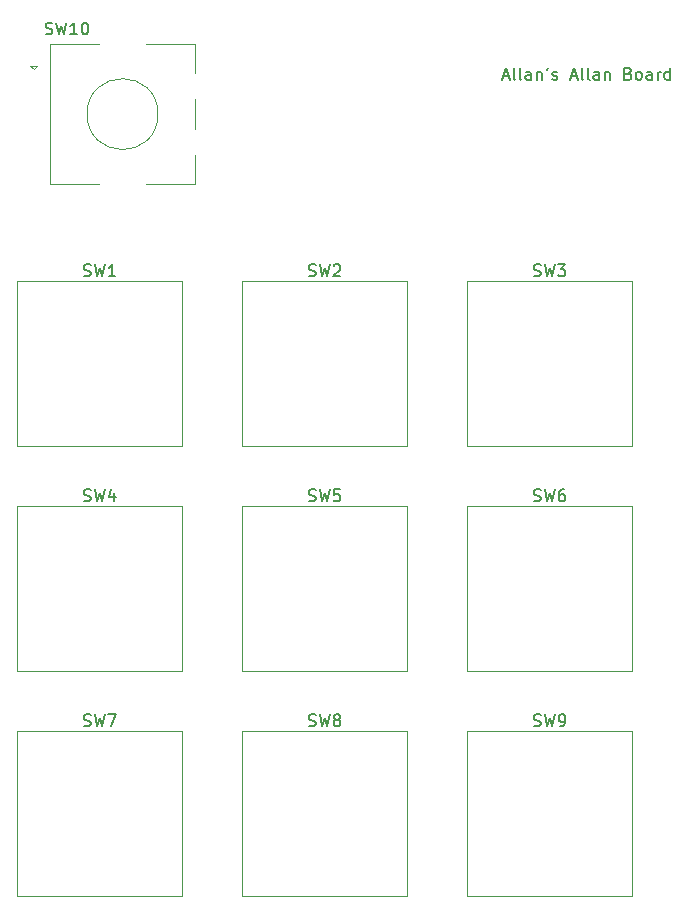
<source format=gbr>
%TF.GenerationSoftware,KiCad,Pcbnew,9.0.2*%
%TF.CreationDate,2025-06-06T16:31:30-04:00*%
%TF.ProjectId,HackpadAllan,4861636b-7061-4644-916c-6c616e2e6b69,rev?*%
%TF.SameCoordinates,Original*%
%TF.FileFunction,Legend,Top*%
%TF.FilePolarity,Positive*%
%FSLAX46Y46*%
G04 Gerber Fmt 4.6, Leading zero omitted, Abs format (unit mm)*
G04 Created by KiCad (PCBNEW 9.0.2) date 2025-06-06 16:31:30*
%MOMM*%
%LPD*%
G01*
G04 APERTURE LIST*
%ADD10C,0.150000*%
%ADD11C,0.120000*%
G04 APERTURE END LIST*
D10*
X165099160Y-63654104D02*
X165575350Y-63654104D01*
X165003922Y-63939819D02*
X165337255Y-62939819D01*
X165337255Y-62939819D02*
X165670588Y-63939819D01*
X166146779Y-63939819D02*
X166051541Y-63892200D01*
X166051541Y-63892200D02*
X166003922Y-63796961D01*
X166003922Y-63796961D02*
X166003922Y-62939819D01*
X166670589Y-63939819D02*
X166575351Y-63892200D01*
X166575351Y-63892200D02*
X166527732Y-63796961D01*
X166527732Y-63796961D02*
X166527732Y-62939819D01*
X167480113Y-63939819D02*
X167480113Y-63416009D01*
X167480113Y-63416009D02*
X167432494Y-63320771D01*
X167432494Y-63320771D02*
X167337256Y-63273152D01*
X167337256Y-63273152D02*
X167146780Y-63273152D01*
X167146780Y-63273152D02*
X167051542Y-63320771D01*
X167480113Y-63892200D02*
X167384875Y-63939819D01*
X167384875Y-63939819D02*
X167146780Y-63939819D01*
X167146780Y-63939819D02*
X167051542Y-63892200D01*
X167051542Y-63892200D02*
X167003923Y-63796961D01*
X167003923Y-63796961D02*
X167003923Y-63701723D01*
X167003923Y-63701723D02*
X167051542Y-63606485D01*
X167051542Y-63606485D02*
X167146780Y-63558866D01*
X167146780Y-63558866D02*
X167384875Y-63558866D01*
X167384875Y-63558866D02*
X167480113Y-63511247D01*
X167956304Y-63273152D02*
X167956304Y-63939819D01*
X167956304Y-63368390D02*
X168003923Y-63320771D01*
X168003923Y-63320771D02*
X168099161Y-63273152D01*
X168099161Y-63273152D02*
X168242018Y-63273152D01*
X168242018Y-63273152D02*
X168337256Y-63320771D01*
X168337256Y-63320771D02*
X168384875Y-63416009D01*
X168384875Y-63416009D02*
X168384875Y-63939819D01*
X168908685Y-62939819D02*
X168813447Y-63130295D01*
X169289637Y-63892200D02*
X169384875Y-63939819D01*
X169384875Y-63939819D02*
X169575351Y-63939819D01*
X169575351Y-63939819D02*
X169670589Y-63892200D01*
X169670589Y-63892200D02*
X169718208Y-63796961D01*
X169718208Y-63796961D02*
X169718208Y-63749342D01*
X169718208Y-63749342D02*
X169670589Y-63654104D01*
X169670589Y-63654104D02*
X169575351Y-63606485D01*
X169575351Y-63606485D02*
X169432494Y-63606485D01*
X169432494Y-63606485D02*
X169337256Y-63558866D01*
X169337256Y-63558866D02*
X169289637Y-63463628D01*
X169289637Y-63463628D02*
X169289637Y-63416009D01*
X169289637Y-63416009D02*
X169337256Y-63320771D01*
X169337256Y-63320771D02*
X169432494Y-63273152D01*
X169432494Y-63273152D02*
X169575351Y-63273152D01*
X169575351Y-63273152D02*
X169670589Y-63320771D01*
X170861066Y-63654104D02*
X171337256Y-63654104D01*
X170765828Y-63939819D02*
X171099161Y-62939819D01*
X171099161Y-62939819D02*
X171432494Y-63939819D01*
X171908685Y-63939819D02*
X171813447Y-63892200D01*
X171813447Y-63892200D02*
X171765828Y-63796961D01*
X171765828Y-63796961D02*
X171765828Y-62939819D01*
X172432495Y-63939819D02*
X172337257Y-63892200D01*
X172337257Y-63892200D02*
X172289638Y-63796961D01*
X172289638Y-63796961D02*
X172289638Y-62939819D01*
X173242019Y-63939819D02*
X173242019Y-63416009D01*
X173242019Y-63416009D02*
X173194400Y-63320771D01*
X173194400Y-63320771D02*
X173099162Y-63273152D01*
X173099162Y-63273152D02*
X172908686Y-63273152D01*
X172908686Y-63273152D02*
X172813448Y-63320771D01*
X173242019Y-63892200D02*
X173146781Y-63939819D01*
X173146781Y-63939819D02*
X172908686Y-63939819D01*
X172908686Y-63939819D02*
X172813448Y-63892200D01*
X172813448Y-63892200D02*
X172765829Y-63796961D01*
X172765829Y-63796961D02*
X172765829Y-63701723D01*
X172765829Y-63701723D02*
X172813448Y-63606485D01*
X172813448Y-63606485D02*
X172908686Y-63558866D01*
X172908686Y-63558866D02*
X173146781Y-63558866D01*
X173146781Y-63558866D02*
X173242019Y-63511247D01*
X173718210Y-63273152D02*
X173718210Y-63939819D01*
X173718210Y-63368390D02*
X173765829Y-63320771D01*
X173765829Y-63320771D02*
X173861067Y-63273152D01*
X173861067Y-63273152D02*
X174003924Y-63273152D01*
X174003924Y-63273152D02*
X174099162Y-63320771D01*
X174099162Y-63320771D02*
X174146781Y-63416009D01*
X174146781Y-63416009D02*
X174146781Y-63939819D01*
X175718210Y-63416009D02*
X175861067Y-63463628D01*
X175861067Y-63463628D02*
X175908686Y-63511247D01*
X175908686Y-63511247D02*
X175956305Y-63606485D01*
X175956305Y-63606485D02*
X175956305Y-63749342D01*
X175956305Y-63749342D02*
X175908686Y-63844580D01*
X175908686Y-63844580D02*
X175861067Y-63892200D01*
X175861067Y-63892200D02*
X175765829Y-63939819D01*
X175765829Y-63939819D02*
X175384877Y-63939819D01*
X175384877Y-63939819D02*
X175384877Y-62939819D01*
X175384877Y-62939819D02*
X175718210Y-62939819D01*
X175718210Y-62939819D02*
X175813448Y-62987438D01*
X175813448Y-62987438D02*
X175861067Y-63035057D01*
X175861067Y-63035057D02*
X175908686Y-63130295D01*
X175908686Y-63130295D02*
X175908686Y-63225533D01*
X175908686Y-63225533D02*
X175861067Y-63320771D01*
X175861067Y-63320771D02*
X175813448Y-63368390D01*
X175813448Y-63368390D02*
X175718210Y-63416009D01*
X175718210Y-63416009D02*
X175384877Y-63416009D01*
X176527734Y-63939819D02*
X176432496Y-63892200D01*
X176432496Y-63892200D02*
X176384877Y-63844580D01*
X176384877Y-63844580D02*
X176337258Y-63749342D01*
X176337258Y-63749342D02*
X176337258Y-63463628D01*
X176337258Y-63463628D02*
X176384877Y-63368390D01*
X176384877Y-63368390D02*
X176432496Y-63320771D01*
X176432496Y-63320771D02*
X176527734Y-63273152D01*
X176527734Y-63273152D02*
X176670591Y-63273152D01*
X176670591Y-63273152D02*
X176765829Y-63320771D01*
X176765829Y-63320771D02*
X176813448Y-63368390D01*
X176813448Y-63368390D02*
X176861067Y-63463628D01*
X176861067Y-63463628D02*
X176861067Y-63749342D01*
X176861067Y-63749342D02*
X176813448Y-63844580D01*
X176813448Y-63844580D02*
X176765829Y-63892200D01*
X176765829Y-63892200D02*
X176670591Y-63939819D01*
X176670591Y-63939819D02*
X176527734Y-63939819D01*
X177718210Y-63939819D02*
X177718210Y-63416009D01*
X177718210Y-63416009D02*
X177670591Y-63320771D01*
X177670591Y-63320771D02*
X177575353Y-63273152D01*
X177575353Y-63273152D02*
X177384877Y-63273152D01*
X177384877Y-63273152D02*
X177289639Y-63320771D01*
X177718210Y-63892200D02*
X177622972Y-63939819D01*
X177622972Y-63939819D02*
X177384877Y-63939819D01*
X177384877Y-63939819D02*
X177289639Y-63892200D01*
X177289639Y-63892200D02*
X177242020Y-63796961D01*
X177242020Y-63796961D02*
X177242020Y-63701723D01*
X177242020Y-63701723D02*
X177289639Y-63606485D01*
X177289639Y-63606485D02*
X177384877Y-63558866D01*
X177384877Y-63558866D02*
X177622972Y-63558866D01*
X177622972Y-63558866D02*
X177718210Y-63511247D01*
X178194401Y-63939819D02*
X178194401Y-63273152D01*
X178194401Y-63463628D02*
X178242020Y-63368390D01*
X178242020Y-63368390D02*
X178289639Y-63320771D01*
X178289639Y-63320771D02*
X178384877Y-63273152D01*
X178384877Y-63273152D02*
X178480115Y-63273152D01*
X179242020Y-63939819D02*
X179242020Y-62939819D01*
X179242020Y-63892200D02*
X179146782Y-63939819D01*
X179146782Y-63939819D02*
X178956306Y-63939819D01*
X178956306Y-63939819D02*
X178861068Y-63892200D01*
X178861068Y-63892200D02*
X178813449Y-63844580D01*
X178813449Y-63844580D02*
X178765830Y-63749342D01*
X178765830Y-63749342D02*
X178765830Y-63463628D01*
X178765830Y-63463628D02*
X178813449Y-63368390D01*
X178813449Y-63368390D02*
X178861068Y-63320771D01*
X178861068Y-63320771D02*
X178956306Y-63273152D01*
X178956306Y-63273152D02*
X179146782Y-63273152D01*
X179146782Y-63273152D02*
X179242020Y-63320771D01*
X129616667Y-99583200D02*
X129759524Y-99630819D01*
X129759524Y-99630819D02*
X129997619Y-99630819D01*
X129997619Y-99630819D02*
X130092857Y-99583200D01*
X130092857Y-99583200D02*
X130140476Y-99535580D01*
X130140476Y-99535580D02*
X130188095Y-99440342D01*
X130188095Y-99440342D02*
X130188095Y-99345104D01*
X130188095Y-99345104D02*
X130140476Y-99249866D01*
X130140476Y-99249866D02*
X130092857Y-99202247D01*
X130092857Y-99202247D02*
X129997619Y-99154628D01*
X129997619Y-99154628D02*
X129807143Y-99107009D01*
X129807143Y-99107009D02*
X129711905Y-99059390D01*
X129711905Y-99059390D02*
X129664286Y-99011771D01*
X129664286Y-99011771D02*
X129616667Y-98916533D01*
X129616667Y-98916533D02*
X129616667Y-98821295D01*
X129616667Y-98821295D02*
X129664286Y-98726057D01*
X129664286Y-98726057D02*
X129711905Y-98678438D01*
X129711905Y-98678438D02*
X129807143Y-98630819D01*
X129807143Y-98630819D02*
X130045238Y-98630819D01*
X130045238Y-98630819D02*
X130188095Y-98678438D01*
X130521429Y-98630819D02*
X130759524Y-99630819D01*
X130759524Y-99630819D02*
X130950000Y-98916533D01*
X130950000Y-98916533D02*
X131140476Y-99630819D01*
X131140476Y-99630819D02*
X131378572Y-98630819D01*
X132188095Y-98964152D02*
X132188095Y-99630819D01*
X131950000Y-98583200D02*
X131711905Y-99297485D01*
X131711905Y-99297485D02*
X132330952Y-99297485D01*
X148666667Y-99583200D02*
X148809524Y-99630819D01*
X148809524Y-99630819D02*
X149047619Y-99630819D01*
X149047619Y-99630819D02*
X149142857Y-99583200D01*
X149142857Y-99583200D02*
X149190476Y-99535580D01*
X149190476Y-99535580D02*
X149238095Y-99440342D01*
X149238095Y-99440342D02*
X149238095Y-99345104D01*
X149238095Y-99345104D02*
X149190476Y-99249866D01*
X149190476Y-99249866D02*
X149142857Y-99202247D01*
X149142857Y-99202247D02*
X149047619Y-99154628D01*
X149047619Y-99154628D02*
X148857143Y-99107009D01*
X148857143Y-99107009D02*
X148761905Y-99059390D01*
X148761905Y-99059390D02*
X148714286Y-99011771D01*
X148714286Y-99011771D02*
X148666667Y-98916533D01*
X148666667Y-98916533D02*
X148666667Y-98821295D01*
X148666667Y-98821295D02*
X148714286Y-98726057D01*
X148714286Y-98726057D02*
X148761905Y-98678438D01*
X148761905Y-98678438D02*
X148857143Y-98630819D01*
X148857143Y-98630819D02*
X149095238Y-98630819D01*
X149095238Y-98630819D02*
X149238095Y-98678438D01*
X149571429Y-98630819D02*
X149809524Y-99630819D01*
X149809524Y-99630819D02*
X150000000Y-98916533D01*
X150000000Y-98916533D02*
X150190476Y-99630819D01*
X150190476Y-99630819D02*
X150428572Y-98630819D01*
X151285714Y-98630819D02*
X150809524Y-98630819D01*
X150809524Y-98630819D02*
X150761905Y-99107009D01*
X150761905Y-99107009D02*
X150809524Y-99059390D01*
X150809524Y-99059390D02*
X150904762Y-99011771D01*
X150904762Y-99011771D02*
X151142857Y-99011771D01*
X151142857Y-99011771D02*
X151238095Y-99059390D01*
X151238095Y-99059390D02*
X151285714Y-99107009D01*
X151285714Y-99107009D02*
X151333333Y-99202247D01*
X151333333Y-99202247D02*
X151333333Y-99440342D01*
X151333333Y-99440342D02*
X151285714Y-99535580D01*
X151285714Y-99535580D02*
X151238095Y-99583200D01*
X151238095Y-99583200D02*
X151142857Y-99630819D01*
X151142857Y-99630819D02*
X150904762Y-99630819D01*
X150904762Y-99630819D02*
X150809524Y-99583200D01*
X150809524Y-99583200D02*
X150761905Y-99535580D01*
X148666667Y-118633200D02*
X148809524Y-118680819D01*
X148809524Y-118680819D02*
X149047619Y-118680819D01*
X149047619Y-118680819D02*
X149142857Y-118633200D01*
X149142857Y-118633200D02*
X149190476Y-118585580D01*
X149190476Y-118585580D02*
X149238095Y-118490342D01*
X149238095Y-118490342D02*
X149238095Y-118395104D01*
X149238095Y-118395104D02*
X149190476Y-118299866D01*
X149190476Y-118299866D02*
X149142857Y-118252247D01*
X149142857Y-118252247D02*
X149047619Y-118204628D01*
X149047619Y-118204628D02*
X148857143Y-118157009D01*
X148857143Y-118157009D02*
X148761905Y-118109390D01*
X148761905Y-118109390D02*
X148714286Y-118061771D01*
X148714286Y-118061771D02*
X148666667Y-117966533D01*
X148666667Y-117966533D02*
X148666667Y-117871295D01*
X148666667Y-117871295D02*
X148714286Y-117776057D01*
X148714286Y-117776057D02*
X148761905Y-117728438D01*
X148761905Y-117728438D02*
X148857143Y-117680819D01*
X148857143Y-117680819D02*
X149095238Y-117680819D01*
X149095238Y-117680819D02*
X149238095Y-117728438D01*
X149571429Y-117680819D02*
X149809524Y-118680819D01*
X149809524Y-118680819D02*
X150000000Y-117966533D01*
X150000000Y-117966533D02*
X150190476Y-118680819D01*
X150190476Y-118680819D02*
X150428572Y-117680819D01*
X150952381Y-118109390D02*
X150857143Y-118061771D01*
X150857143Y-118061771D02*
X150809524Y-118014152D01*
X150809524Y-118014152D02*
X150761905Y-117918914D01*
X150761905Y-117918914D02*
X150761905Y-117871295D01*
X150761905Y-117871295D02*
X150809524Y-117776057D01*
X150809524Y-117776057D02*
X150857143Y-117728438D01*
X150857143Y-117728438D02*
X150952381Y-117680819D01*
X150952381Y-117680819D02*
X151142857Y-117680819D01*
X151142857Y-117680819D02*
X151238095Y-117728438D01*
X151238095Y-117728438D02*
X151285714Y-117776057D01*
X151285714Y-117776057D02*
X151333333Y-117871295D01*
X151333333Y-117871295D02*
X151333333Y-117918914D01*
X151333333Y-117918914D02*
X151285714Y-118014152D01*
X151285714Y-118014152D02*
X151238095Y-118061771D01*
X151238095Y-118061771D02*
X151142857Y-118109390D01*
X151142857Y-118109390D02*
X150952381Y-118109390D01*
X150952381Y-118109390D02*
X150857143Y-118157009D01*
X150857143Y-118157009D02*
X150809524Y-118204628D01*
X150809524Y-118204628D02*
X150761905Y-118299866D01*
X150761905Y-118299866D02*
X150761905Y-118490342D01*
X150761905Y-118490342D02*
X150809524Y-118585580D01*
X150809524Y-118585580D02*
X150857143Y-118633200D01*
X150857143Y-118633200D02*
X150952381Y-118680819D01*
X150952381Y-118680819D02*
X151142857Y-118680819D01*
X151142857Y-118680819D02*
X151238095Y-118633200D01*
X151238095Y-118633200D02*
X151285714Y-118585580D01*
X151285714Y-118585580D02*
X151333333Y-118490342D01*
X151333333Y-118490342D02*
X151333333Y-118299866D01*
X151333333Y-118299866D02*
X151285714Y-118204628D01*
X151285714Y-118204628D02*
X151238095Y-118157009D01*
X151238095Y-118157009D02*
X151142857Y-118109390D01*
X167716667Y-80533200D02*
X167859524Y-80580819D01*
X167859524Y-80580819D02*
X168097619Y-80580819D01*
X168097619Y-80580819D02*
X168192857Y-80533200D01*
X168192857Y-80533200D02*
X168240476Y-80485580D01*
X168240476Y-80485580D02*
X168288095Y-80390342D01*
X168288095Y-80390342D02*
X168288095Y-80295104D01*
X168288095Y-80295104D02*
X168240476Y-80199866D01*
X168240476Y-80199866D02*
X168192857Y-80152247D01*
X168192857Y-80152247D02*
X168097619Y-80104628D01*
X168097619Y-80104628D02*
X167907143Y-80057009D01*
X167907143Y-80057009D02*
X167811905Y-80009390D01*
X167811905Y-80009390D02*
X167764286Y-79961771D01*
X167764286Y-79961771D02*
X167716667Y-79866533D01*
X167716667Y-79866533D02*
X167716667Y-79771295D01*
X167716667Y-79771295D02*
X167764286Y-79676057D01*
X167764286Y-79676057D02*
X167811905Y-79628438D01*
X167811905Y-79628438D02*
X167907143Y-79580819D01*
X167907143Y-79580819D02*
X168145238Y-79580819D01*
X168145238Y-79580819D02*
X168288095Y-79628438D01*
X168621429Y-79580819D02*
X168859524Y-80580819D01*
X168859524Y-80580819D02*
X169050000Y-79866533D01*
X169050000Y-79866533D02*
X169240476Y-80580819D01*
X169240476Y-80580819D02*
X169478572Y-79580819D01*
X169764286Y-79580819D02*
X170383333Y-79580819D01*
X170383333Y-79580819D02*
X170050000Y-79961771D01*
X170050000Y-79961771D02*
X170192857Y-79961771D01*
X170192857Y-79961771D02*
X170288095Y-80009390D01*
X170288095Y-80009390D02*
X170335714Y-80057009D01*
X170335714Y-80057009D02*
X170383333Y-80152247D01*
X170383333Y-80152247D02*
X170383333Y-80390342D01*
X170383333Y-80390342D02*
X170335714Y-80485580D01*
X170335714Y-80485580D02*
X170288095Y-80533200D01*
X170288095Y-80533200D02*
X170192857Y-80580819D01*
X170192857Y-80580819D02*
X169907143Y-80580819D01*
X169907143Y-80580819D02*
X169811905Y-80533200D01*
X169811905Y-80533200D02*
X169764286Y-80485580D01*
X148666667Y-80533200D02*
X148809524Y-80580819D01*
X148809524Y-80580819D02*
X149047619Y-80580819D01*
X149047619Y-80580819D02*
X149142857Y-80533200D01*
X149142857Y-80533200D02*
X149190476Y-80485580D01*
X149190476Y-80485580D02*
X149238095Y-80390342D01*
X149238095Y-80390342D02*
X149238095Y-80295104D01*
X149238095Y-80295104D02*
X149190476Y-80199866D01*
X149190476Y-80199866D02*
X149142857Y-80152247D01*
X149142857Y-80152247D02*
X149047619Y-80104628D01*
X149047619Y-80104628D02*
X148857143Y-80057009D01*
X148857143Y-80057009D02*
X148761905Y-80009390D01*
X148761905Y-80009390D02*
X148714286Y-79961771D01*
X148714286Y-79961771D02*
X148666667Y-79866533D01*
X148666667Y-79866533D02*
X148666667Y-79771295D01*
X148666667Y-79771295D02*
X148714286Y-79676057D01*
X148714286Y-79676057D02*
X148761905Y-79628438D01*
X148761905Y-79628438D02*
X148857143Y-79580819D01*
X148857143Y-79580819D02*
X149095238Y-79580819D01*
X149095238Y-79580819D02*
X149238095Y-79628438D01*
X149571429Y-79580819D02*
X149809524Y-80580819D01*
X149809524Y-80580819D02*
X150000000Y-79866533D01*
X150000000Y-79866533D02*
X150190476Y-80580819D01*
X150190476Y-80580819D02*
X150428572Y-79580819D01*
X150761905Y-79676057D02*
X150809524Y-79628438D01*
X150809524Y-79628438D02*
X150904762Y-79580819D01*
X150904762Y-79580819D02*
X151142857Y-79580819D01*
X151142857Y-79580819D02*
X151238095Y-79628438D01*
X151238095Y-79628438D02*
X151285714Y-79676057D01*
X151285714Y-79676057D02*
X151333333Y-79771295D01*
X151333333Y-79771295D02*
X151333333Y-79866533D01*
X151333333Y-79866533D02*
X151285714Y-80009390D01*
X151285714Y-80009390D02*
X150714286Y-80580819D01*
X150714286Y-80580819D02*
X151333333Y-80580819D01*
X167716667Y-99583200D02*
X167859524Y-99630819D01*
X167859524Y-99630819D02*
X168097619Y-99630819D01*
X168097619Y-99630819D02*
X168192857Y-99583200D01*
X168192857Y-99583200D02*
X168240476Y-99535580D01*
X168240476Y-99535580D02*
X168288095Y-99440342D01*
X168288095Y-99440342D02*
X168288095Y-99345104D01*
X168288095Y-99345104D02*
X168240476Y-99249866D01*
X168240476Y-99249866D02*
X168192857Y-99202247D01*
X168192857Y-99202247D02*
X168097619Y-99154628D01*
X168097619Y-99154628D02*
X167907143Y-99107009D01*
X167907143Y-99107009D02*
X167811905Y-99059390D01*
X167811905Y-99059390D02*
X167764286Y-99011771D01*
X167764286Y-99011771D02*
X167716667Y-98916533D01*
X167716667Y-98916533D02*
X167716667Y-98821295D01*
X167716667Y-98821295D02*
X167764286Y-98726057D01*
X167764286Y-98726057D02*
X167811905Y-98678438D01*
X167811905Y-98678438D02*
X167907143Y-98630819D01*
X167907143Y-98630819D02*
X168145238Y-98630819D01*
X168145238Y-98630819D02*
X168288095Y-98678438D01*
X168621429Y-98630819D02*
X168859524Y-99630819D01*
X168859524Y-99630819D02*
X169050000Y-98916533D01*
X169050000Y-98916533D02*
X169240476Y-99630819D01*
X169240476Y-99630819D02*
X169478572Y-98630819D01*
X170288095Y-98630819D02*
X170097619Y-98630819D01*
X170097619Y-98630819D02*
X170002381Y-98678438D01*
X170002381Y-98678438D02*
X169954762Y-98726057D01*
X169954762Y-98726057D02*
X169859524Y-98868914D01*
X169859524Y-98868914D02*
X169811905Y-99059390D01*
X169811905Y-99059390D02*
X169811905Y-99440342D01*
X169811905Y-99440342D02*
X169859524Y-99535580D01*
X169859524Y-99535580D02*
X169907143Y-99583200D01*
X169907143Y-99583200D02*
X170002381Y-99630819D01*
X170002381Y-99630819D02*
X170192857Y-99630819D01*
X170192857Y-99630819D02*
X170288095Y-99583200D01*
X170288095Y-99583200D02*
X170335714Y-99535580D01*
X170335714Y-99535580D02*
X170383333Y-99440342D01*
X170383333Y-99440342D02*
X170383333Y-99202247D01*
X170383333Y-99202247D02*
X170335714Y-99107009D01*
X170335714Y-99107009D02*
X170288095Y-99059390D01*
X170288095Y-99059390D02*
X170192857Y-99011771D01*
X170192857Y-99011771D02*
X170002381Y-99011771D01*
X170002381Y-99011771D02*
X169907143Y-99059390D01*
X169907143Y-99059390D02*
X169859524Y-99107009D01*
X169859524Y-99107009D02*
X169811905Y-99202247D01*
X126384226Y-60057200D02*
X126527083Y-60104819D01*
X126527083Y-60104819D02*
X126765178Y-60104819D01*
X126765178Y-60104819D02*
X126860416Y-60057200D01*
X126860416Y-60057200D02*
X126908035Y-60009580D01*
X126908035Y-60009580D02*
X126955654Y-59914342D01*
X126955654Y-59914342D02*
X126955654Y-59819104D01*
X126955654Y-59819104D02*
X126908035Y-59723866D01*
X126908035Y-59723866D02*
X126860416Y-59676247D01*
X126860416Y-59676247D02*
X126765178Y-59628628D01*
X126765178Y-59628628D02*
X126574702Y-59581009D01*
X126574702Y-59581009D02*
X126479464Y-59533390D01*
X126479464Y-59533390D02*
X126431845Y-59485771D01*
X126431845Y-59485771D02*
X126384226Y-59390533D01*
X126384226Y-59390533D02*
X126384226Y-59295295D01*
X126384226Y-59295295D02*
X126431845Y-59200057D01*
X126431845Y-59200057D02*
X126479464Y-59152438D01*
X126479464Y-59152438D02*
X126574702Y-59104819D01*
X126574702Y-59104819D02*
X126812797Y-59104819D01*
X126812797Y-59104819D02*
X126955654Y-59152438D01*
X127288988Y-59104819D02*
X127527083Y-60104819D01*
X127527083Y-60104819D02*
X127717559Y-59390533D01*
X127717559Y-59390533D02*
X127908035Y-60104819D01*
X127908035Y-60104819D02*
X128146131Y-59104819D01*
X129050892Y-60104819D02*
X128479464Y-60104819D01*
X128765178Y-60104819D02*
X128765178Y-59104819D01*
X128765178Y-59104819D02*
X128669940Y-59247676D01*
X128669940Y-59247676D02*
X128574702Y-59342914D01*
X128574702Y-59342914D02*
X128479464Y-59390533D01*
X129669940Y-59104819D02*
X129765178Y-59104819D01*
X129765178Y-59104819D02*
X129860416Y-59152438D01*
X129860416Y-59152438D02*
X129908035Y-59200057D01*
X129908035Y-59200057D02*
X129955654Y-59295295D01*
X129955654Y-59295295D02*
X130003273Y-59485771D01*
X130003273Y-59485771D02*
X130003273Y-59723866D01*
X130003273Y-59723866D02*
X129955654Y-59914342D01*
X129955654Y-59914342D02*
X129908035Y-60009580D01*
X129908035Y-60009580D02*
X129860416Y-60057200D01*
X129860416Y-60057200D02*
X129765178Y-60104819D01*
X129765178Y-60104819D02*
X129669940Y-60104819D01*
X129669940Y-60104819D02*
X129574702Y-60057200D01*
X129574702Y-60057200D02*
X129527083Y-60009580D01*
X129527083Y-60009580D02*
X129479464Y-59914342D01*
X129479464Y-59914342D02*
X129431845Y-59723866D01*
X129431845Y-59723866D02*
X129431845Y-59485771D01*
X129431845Y-59485771D02*
X129479464Y-59295295D01*
X129479464Y-59295295D02*
X129527083Y-59200057D01*
X129527083Y-59200057D02*
X129574702Y-59152438D01*
X129574702Y-59152438D02*
X129669940Y-59104819D01*
X129616667Y-118633200D02*
X129759524Y-118680819D01*
X129759524Y-118680819D02*
X129997619Y-118680819D01*
X129997619Y-118680819D02*
X130092857Y-118633200D01*
X130092857Y-118633200D02*
X130140476Y-118585580D01*
X130140476Y-118585580D02*
X130188095Y-118490342D01*
X130188095Y-118490342D02*
X130188095Y-118395104D01*
X130188095Y-118395104D02*
X130140476Y-118299866D01*
X130140476Y-118299866D02*
X130092857Y-118252247D01*
X130092857Y-118252247D02*
X129997619Y-118204628D01*
X129997619Y-118204628D02*
X129807143Y-118157009D01*
X129807143Y-118157009D02*
X129711905Y-118109390D01*
X129711905Y-118109390D02*
X129664286Y-118061771D01*
X129664286Y-118061771D02*
X129616667Y-117966533D01*
X129616667Y-117966533D02*
X129616667Y-117871295D01*
X129616667Y-117871295D02*
X129664286Y-117776057D01*
X129664286Y-117776057D02*
X129711905Y-117728438D01*
X129711905Y-117728438D02*
X129807143Y-117680819D01*
X129807143Y-117680819D02*
X130045238Y-117680819D01*
X130045238Y-117680819D02*
X130188095Y-117728438D01*
X130521429Y-117680819D02*
X130759524Y-118680819D01*
X130759524Y-118680819D02*
X130950000Y-117966533D01*
X130950000Y-117966533D02*
X131140476Y-118680819D01*
X131140476Y-118680819D02*
X131378572Y-117680819D01*
X131664286Y-117680819D02*
X132330952Y-117680819D01*
X132330952Y-117680819D02*
X131902381Y-118680819D01*
X129616667Y-80533200D02*
X129759524Y-80580819D01*
X129759524Y-80580819D02*
X129997619Y-80580819D01*
X129997619Y-80580819D02*
X130092857Y-80533200D01*
X130092857Y-80533200D02*
X130140476Y-80485580D01*
X130140476Y-80485580D02*
X130188095Y-80390342D01*
X130188095Y-80390342D02*
X130188095Y-80295104D01*
X130188095Y-80295104D02*
X130140476Y-80199866D01*
X130140476Y-80199866D02*
X130092857Y-80152247D01*
X130092857Y-80152247D02*
X129997619Y-80104628D01*
X129997619Y-80104628D02*
X129807143Y-80057009D01*
X129807143Y-80057009D02*
X129711905Y-80009390D01*
X129711905Y-80009390D02*
X129664286Y-79961771D01*
X129664286Y-79961771D02*
X129616667Y-79866533D01*
X129616667Y-79866533D02*
X129616667Y-79771295D01*
X129616667Y-79771295D02*
X129664286Y-79676057D01*
X129664286Y-79676057D02*
X129711905Y-79628438D01*
X129711905Y-79628438D02*
X129807143Y-79580819D01*
X129807143Y-79580819D02*
X130045238Y-79580819D01*
X130045238Y-79580819D02*
X130188095Y-79628438D01*
X130521429Y-79580819D02*
X130759524Y-80580819D01*
X130759524Y-80580819D02*
X130950000Y-79866533D01*
X130950000Y-79866533D02*
X131140476Y-80580819D01*
X131140476Y-80580819D02*
X131378572Y-79580819D01*
X132283333Y-80580819D02*
X131711905Y-80580819D01*
X131997619Y-80580819D02*
X131997619Y-79580819D01*
X131997619Y-79580819D02*
X131902381Y-79723676D01*
X131902381Y-79723676D02*
X131807143Y-79818914D01*
X131807143Y-79818914D02*
X131711905Y-79866533D01*
X167716667Y-118633200D02*
X167859524Y-118680819D01*
X167859524Y-118680819D02*
X168097619Y-118680819D01*
X168097619Y-118680819D02*
X168192857Y-118633200D01*
X168192857Y-118633200D02*
X168240476Y-118585580D01*
X168240476Y-118585580D02*
X168288095Y-118490342D01*
X168288095Y-118490342D02*
X168288095Y-118395104D01*
X168288095Y-118395104D02*
X168240476Y-118299866D01*
X168240476Y-118299866D02*
X168192857Y-118252247D01*
X168192857Y-118252247D02*
X168097619Y-118204628D01*
X168097619Y-118204628D02*
X167907143Y-118157009D01*
X167907143Y-118157009D02*
X167811905Y-118109390D01*
X167811905Y-118109390D02*
X167764286Y-118061771D01*
X167764286Y-118061771D02*
X167716667Y-117966533D01*
X167716667Y-117966533D02*
X167716667Y-117871295D01*
X167716667Y-117871295D02*
X167764286Y-117776057D01*
X167764286Y-117776057D02*
X167811905Y-117728438D01*
X167811905Y-117728438D02*
X167907143Y-117680819D01*
X167907143Y-117680819D02*
X168145238Y-117680819D01*
X168145238Y-117680819D02*
X168288095Y-117728438D01*
X168621429Y-117680819D02*
X168859524Y-118680819D01*
X168859524Y-118680819D02*
X169050000Y-117966533D01*
X169050000Y-117966533D02*
X169240476Y-118680819D01*
X169240476Y-118680819D02*
X169478572Y-117680819D01*
X169907143Y-118680819D02*
X170097619Y-118680819D01*
X170097619Y-118680819D02*
X170192857Y-118633200D01*
X170192857Y-118633200D02*
X170240476Y-118585580D01*
X170240476Y-118585580D02*
X170335714Y-118442723D01*
X170335714Y-118442723D02*
X170383333Y-118252247D01*
X170383333Y-118252247D02*
X170383333Y-117871295D01*
X170383333Y-117871295D02*
X170335714Y-117776057D01*
X170335714Y-117776057D02*
X170288095Y-117728438D01*
X170288095Y-117728438D02*
X170192857Y-117680819D01*
X170192857Y-117680819D02*
X170002381Y-117680819D01*
X170002381Y-117680819D02*
X169907143Y-117728438D01*
X169907143Y-117728438D02*
X169859524Y-117776057D01*
X169859524Y-117776057D02*
X169811905Y-117871295D01*
X169811905Y-117871295D02*
X169811905Y-118109390D01*
X169811905Y-118109390D02*
X169859524Y-118204628D01*
X169859524Y-118204628D02*
X169907143Y-118252247D01*
X169907143Y-118252247D02*
X170002381Y-118299866D01*
X170002381Y-118299866D02*
X170192857Y-118299866D01*
X170192857Y-118299866D02*
X170288095Y-118252247D01*
X170288095Y-118252247D02*
X170335714Y-118204628D01*
X170335714Y-118204628D02*
X170383333Y-118109390D01*
D11*
%TO.C,SW4*%
X123965000Y-100065000D02*
X137935000Y-100065000D01*
X123965000Y-114035000D02*
X123965000Y-100065000D01*
X137935000Y-100065000D02*
X137935000Y-114035000D01*
X137935000Y-114035000D02*
X123965000Y-114035000D01*
%TO.C,SW5*%
X143015000Y-100065000D02*
X156985000Y-100065000D01*
X143015000Y-114035000D02*
X143015000Y-100065000D01*
X156985000Y-100065000D02*
X156985000Y-114035000D01*
X156985000Y-114035000D02*
X143015000Y-114035000D01*
%TO.C,SW8*%
X143015000Y-119115000D02*
X156985000Y-119115000D01*
X143015000Y-133085000D02*
X143015000Y-119115000D01*
X156985000Y-119115000D02*
X156985000Y-133085000D01*
X156985000Y-133085000D02*
X143015000Y-133085000D01*
%TO.C,SW3*%
X162065000Y-81015000D02*
X176035000Y-81015000D01*
X162065000Y-94985000D02*
X162065000Y-81015000D01*
X176035000Y-81015000D02*
X176035000Y-94985000D01*
X176035000Y-94985000D02*
X162065000Y-94985000D01*
%TO.C,SW2*%
X143015000Y-81015000D02*
X156985000Y-81015000D01*
X143015000Y-94985000D02*
X143015000Y-81015000D01*
X156985000Y-81015000D02*
X156985000Y-94985000D01*
X156985000Y-94985000D02*
X143015000Y-94985000D01*
%TO.C,SW6*%
X162065000Y-100065000D02*
X176035000Y-100065000D01*
X162065000Y-114035000D02*
X162065000Y-100065000D01*
X176035000Y-100065000D02*
X176035000Y-114035000D01*
X176035000Y-114035000D02*
X162065000Y-114035000D01*
%TO.C,SW10*%
X125093750Y-62750000D02*
X125693750Y-62750000D01*
X125393750Y-63050000D02*
X125093750Y-62750000D01*
X125693750Y-62750000D02*
X125393750Y-63050000D01*
X126793750Y-60950000D02*
X126793750Y-72750000D01*
X130893750Y-60950000D02*
X126793750Y-60950000D01*
X130893750Y-72750000D02*
X126793750Y-72750000D01*
X134893750Y-60950000D02*
X138993750Y-60950000D01*
X138993750Y-60950000D02*
X138993750Y-63350000D01*
X138993750Y-65550000D02*
X138993750Y-68150000D01*
X138993750Y-70350000D02*
X138993750Y-72750000D01*
X138993750Y-72750000D02*
X134893750Y-72750000D01*
X135893750Y-66850000D02*
G75*
G02*
X129893750Y-66850000I-3000000J0D01*
G01*
X129893750Y-66850000D02*
G75*
G02*
X135893750Y-66850000I3000000J0D01*
G01*
%TO.C,SW7*%
X123965000Y-119115000D02*
X137935000Y-119115000D01*
X123965000Y-133085000D02*
X123965000Y-119115000D01*
X137935000Y-119115000D02*
X137935000Y-133085000D01*
X137935000Y-133085000D02*
X123965000Y-133085000D01*
%TO.C,SW1*%
X123965000Y-81015000D02*
X137935000Y-81015000D01*
X123965000Y-94985000D02*
X123965000Y-81015000D01*
X137935000Y-81015000D02*
X137935000Y-94985000D01*
X137935000Y-94985000D02*
X123965000Y-94985000D01*
%TO.C,SW9*%
X162065000Y-119115000D02*
X176035000Y-119115000D01*
X162065000Y-133085000D02*
X162065000Y-119115000D01*
X176035000Y-119115000D02*
X176035000Y-133085000D01*
X176035000Y-133085000D02*
X162065000Y-133085000D01*
%TD*%
M02*

</source>
